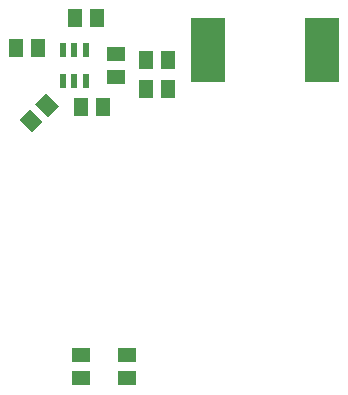
<source format=gbr>
G04 EAGLE Gerber RS-274X export*
G75*
%MOMM*%
%FSLAX34Y34*%
%LPD*%
%INSolderpaste Bottom*%
%IPPOS*%
%AMOC8*
5,1,8,0,0,1.08239X$1,22.5*%
G01*
%ADD10R,1.500000X1.300000*%
%ADD11R,0.600000X1.200000*%
%ADD12R,1.300000X1.500000*%
%ADD13R,2.900000X5.400000*%


D10*
X355300Y640500D03*
X355300Y659500D03*
X394700Y659500D03*
X394700Y640500D03*
D11*
X350000Y918000D03*
X340500Y918000D03*
X359500Y918000D03*
X350000Y892000D03*
X359500Y892000D03*
X340500Y892000D03*
D10*
X385000Y895500D03*
X385000Y914500D03*
D12*
X429500Y910000D03*
X410500Y910000D03*
X429500Y885000D03*
X410500Y885000D03*
X350500Y945000D03*
X369500Y945000D03*
X355500Y870000D03*
X374500Y870000D03*
G36*
X323182Y857575D02*
X313990Y848383D01*
X303384Y858989D01*
X312576Y868181D01*
X323182Y857575D01*
G37*
G36*
X336617Y871011D02*
X327425Y861819D01*
X316819Y872425D01*
X326011Y881617D01*
X336617Y871011D01*
G37*
X319500Y920000D03*
X300500Y920000D03*
D13*
X560000Y918000D03*
X463000Y918000D03*
M02*

</source>
